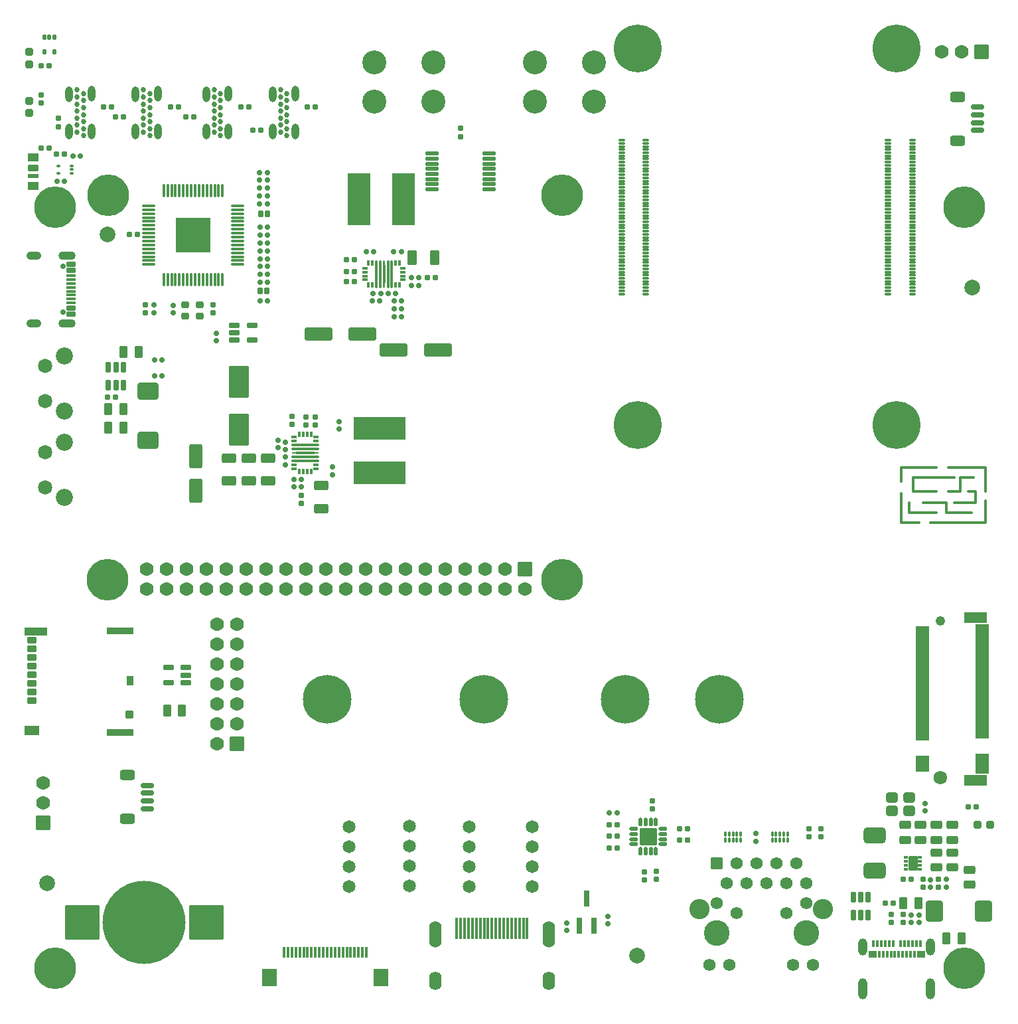
<source format=gts>
G04 #@! TF.GenerationSoftware,KiCad,Pcbnew,9.0.6*
G04 #@! TF.CreationDate,2025-10-31T11:06:38-04:00*
G04 #@! TF.ProjectId,libreboard,6c696272-6562-46f6-9172-642e6b696361,rev?*
G04 #@! TF.SameCoordinates,Original*
G04 #@! TF.FileFunction,Soldermask,Top*
G04 #@! TF.FilePolarity,Negative*
%FSLAX46Y46*%
G04 Gerber Fmt 4.6, Leading zero omitted, Abs format (unit mm)*
G04 Created by KiCad (PCBNEW 9.0.6) date 2025-10-31 11:06:38*
%MOMM*%
%LPD*%
G01*
G04 APERTURE LIST*
G04 Aperture macros list*
%AMRoundRect*
0 Rectangle with rounded corners*
0 $1 Rounding radius*
0 $2 $3 $4 $5 $6 $7 $8 $9 X,Y pos of 4 corners*
0 Add a 4 corners polygon primitive as box body*
4,1,4,$2,$3,$4,$5,$6,$7,$8,$9,$2,$3,0*
0 Add four circle primitives for the rounded corners*
1,1,$1+$1,$2,$3*
1,1,$1+$1,$4,$5*
1,1,$1+$1,$6,$7*
1,1,$1+$1,$8,$9*
0 Add four rect primitives between the rounded corners*
20,1,$1+$1,$2,$3,$4,$5,0*
20,1,$1+$1,$4,$5,$6,$7,0*
20,1,$1+$1,$6,$7,$8,$9,0*
20,1,$1+$1,$8,$9,$2,$3,0*%
G04 Aperture macros list end*
%ADD10C,0.000000*%
%ADD11RoundRect,0.038000X0.299999X-0.120000X0.299999X0.120000X-0.299999X0.120000X-0.299999X-0.120000X0*%
%ADD12RoundRect,0.038000X-0.120000X-0.299999X0.120000X-0.299999X0.120000X0.299999X-0.120000X0.299999X0*%
%ADD13RoundRect,0.038000X-0.120000X-1.700000X0.120000X-1.700000X0.120000X1.700000X-0.120000X1.700000X0*%
%ADD14C,0.373000*%
%ADD15RoundRect,0.038000X-0.299999X0.120000X-0.299999X-0.120000X0.299999X-0.120000X0.299999X0.120000X0*%
%ADD16RoundRect,0.038000X-1.700000X0.120000X-1.700000X-0.120000X1.700000X-0.120000X1.700000X0.120000X0*%
%ADD17C,0.685600*%
%ADD18O,0.965000X1.981000*%
%ADD19RoundRect,0.159000X0.189000X-0.159000X0.189000X0.159000X-0.189000X0.159000X-0.189000X-0.159000X0*%
%ADD20RoundRect,0.154000X0.204000X-0.154000X0.204000X0.154000X-0.204000X0.154000X-0.204000X-0.154000X0*%
%ADD21RoundRect,0.038000X3.300000X1.425000X-3.300000X1.425000X-3.300000X-1.425000X3.300000X-1.425000X0*%
%ADD22RoundRect,0.257600X-1.030400X1.780400X-1.030400X-1.780400X1.030400X-1.780400X1.030400X1.780400X0*%
%ADD23RoundRect,0.266521X0.671479X-0.346479X0.671479X0.346479X-0.671479X0.346479X-0.671479X-0.346479X0*%
%ADD24RoundRect,0.159000X-0.189000X0.159000X-0.189000X-0.159000X0.189000X-0.159000X0.189000X0.159000X0*%
%ADD25RoundRect,0.266521X-0.671479X0.346479X-0.671479X-0.346479X0.671479X-0.346479X0.671479X0.346479X0*%
%ADD26RoundRect,0.154000X-0.204000X0.154000X-0.204000X-0.154000X0.204000X-0.154000X0.204000X0.154000X0*%
%ADD27RoundRect,0.169000X-0.169000X0.531500X-0.169000X-0.531500X0.169000X-0.531500X0.169000X0.531500X0*%
%ADD28RoundRect,0.106500X-0.444000X-0.106500X0.444000X-0.106500X0.444000X0.106500X-0.444000X0.106500X0*%
%ADD29RoundRect,0.106500X-0.106500X-0.444000X0.106500X-0.444000X0.106500X0.444000X-0.106500X0.444000X0*%
%ADD30RoundRect,0.038000X-1.050000X-1.050000X1.050000X-1.050000X1.050000X1.050000X-1.050000X1.050000X0*%
%ADD31RoundRect,0.169000X0.531500X0.169000X-0.531500X0.169000X-0.531500X-0.169000X0.531500X-0.169000X0*%
%ADD32RoundRect,0.269000X0.269000X0.494000X-0.269000X0.494000X-0.269000X-0.494000X0.269000X-0.494000X0*%
%ADD33RoundRect,0.038000X-0.150000X-0.650000X0.150000X-0.650000X0.150000X0.650000X-0.150000X0.650000X0*%
%ADD34RoundRect,0.038000X-0.900000X-1.100000X0.900000X-1.100000X0.900000X1.100000X-0.900000X1.100000X0*%
%ADD35RoundRect,0.154000X-0.154000X-0.204000X0.154000X-0.204000X0.154000X0.204000X-0.154000X0.204000X0*%
%ADD36RoundRect,0.094000X0.094000X0.219000X-0.094000X0.219000X-0.094000X-0.219000X0.094000X-0.219000X0*%
%ADD37RoundRect,0.181500X0.181500X-0.856500X0.181500X0.856500X-0.181500X0.856500X-0.181500X-0.856500X0*%
%ADD38RoundRect,0.038000X-0.850000X0.850000X-0.850000X-0.850000X0.850000X-0.850000X0.850000X0.850000X0*%
%ADD39C,1.776000*%
%ADD40RoundRect,0.237750X0.275250X-0.237750X0.275250X0.237750X-0.275250X0.237750X-0.275250X-0.237750X0*%
%ADD41C,0.726000*%
%ADD42RoundRect,0.169000X-0.444000X0.169000X-0.444000X-0.169000X0.444000X-0.169000X0.444000X0.169000X0*%
%ADD43RoundRect,0.094000X-0.519000X0.094000X-0.519000X-0.094000X0.519000X-0.094000X0.519000X0.094000X0*%
%ADD44O,2.176000X1.076000*%
%ADD45O,1.876000X1.076000*%
%ADD46RoundRect,0.119000X-0.119000X0.244000X-0.119000X-0.244000X0.119000X-0.244000X0.119000X0.244000X0*%
%ADD47C,3.276000*%
%ADD48RoundRect,0.263192X-0.524808X-0.524808X0.524808X-0.524808X0.524808X0.524808X-0.524808X0.524808X0*%
%ADD49C,1.576000*%
%ADD50C,2.576000*%
%ADD51RoundRect,0.038000X0.150000X-1.300000X0.150000X1.300000X-0.150000X1.300000X-0.150000X-1.300000X0*%
%ADD52O,1.576000X3.376000*%
%ADD53O,1.576000X2.376000*%
%ADD54C,5.300000*%
%ADD55RoundRect,0.038000X0.850000X0.850000X-0.850000X0.850000X-0.850000X-0.850000X0.850000X-0.850000X0*%
%ADD56RoundRect,0.237750X0.237750X0.275250X-0.237750X0.275250X-0.237750X-0.275250X0.237750X-0.275250X0*%
%ADD57RoundRect,0.038000X0.250000X0.150000X-0.250000X0.150000X-0.250000X-0.150000X0.250000X-0.150000X0*%
%ADD58RoundRect,0.038000X0.525000X0.875000X-0.525000X0.875000X-0.525000X-0.875000X0.525000X-0.875000X0*%
%ADD59RoundRect,0.038000X0.550000X-0.350000X0.550000X0.350000X-0.550000X0.350000X-0.550000X-0.350000X0*%
%ADD60RoundRect,0.038000X0.465000X-0.450000X0.465000X0.450000X-0.465000X0.450000X-0.465000X-0.450000X0*%
%ADD61RoundRect,0.038000X0.390000X-0.525000X0.390000X0.525000X-0.390000X0.525000X-0.390000X-0.525000X0*%
%ADD62RoundRect,0.038000X1.665000X-0.350000X1.665000X0.350000X-1.665000X0.350000X-1.665000X-0.350000X0*%
%ADD63RoundRect,0.038000X0.915000X-0.570000X0.915000X0.570000X-0.915000X0.570000X-0.915000X-0.570000X0*%
%ADD64RoundRect,0.038000X1.400000X-0.430000X1.400000X0.430000X-1.400000X0.430000X-1.400000X-0.430000X0*%
%ADD65C,1.226000*%
%ADD66C,1.726000*%
%ADD67RoundRect,0.102000X-0.775000X0.150000X-0.775000X-0.150000X0.775000X-0.150000X0.775000X0.150000X0*%
%ADD68C,6.200000*%
%ADD69RoundRect,0.102000X-1.375000X0.600000X-1.375000X-0.600000X1.375000X-0.600000X1.375000X0.600000X0*%
%ADD70RoundRect,0.154000X0.154000X0.204000X-0.154000X0.204000X-0.154000X-0.204000X0.154000X-0.204000X0*%
%ADD71C,1.650800*%
%ADD72RoundRect,0.269000X0.494000X-0.269000X0.494000X0.269000X-0.494000X0.269000X-0.494000X-0.269000X0*%
%ADD73C,3.054000*%
%ADD74RoundRect,0.269000X-0.494000X0.269000X-0.494000X-0.269000X0.494000X-0.269000X0.494000X0.269000X0*%
%ADD75C,10.604000*%
%ADD76RoundRect,0.102000X2.100000X2.100000X-2.100000X2.100000X-2.100000X-2.100000X2.100000X-2.100000X0*%
%ADD77RoundRect,0.159000X0.159000X0.189000X-0.159000X0.189000X-0.159000X-0.189000X0.159000X-0.189000X0*%
%ADD78RoundRect,0.159000X-0.159000X-0.189000X0.159000X-0.189000X0.159000X0.189000X-0.159000X0.189000X0*%
%ADD79RoundRect,0.269000X-0.269000X-0.494000X0.269000X-0.494000X0.269000X0.494000X-0.269000X0.494000X0*%
%ADD80C,2.000000*%
%ADD81RoundRect,0.038000X-0.150000X-0.350000X0.150000X-0.350000X0.150000X0.350000X-0.150000X0.350000X0*%
%ADD82RoundRect,0.038000X-0.500000X-0.350000X0.500000X-0.350000X0.500000X0.350000X-0.500000X0.350000X0*%
%ADD83O,1.176000X2.176000*%
%ADD84O,1.176000X2.676000*%
%ADD85RoundRect,0.169000X0.644000X-0.169000X0.644000X0.169000X-0.644000X0.169000X-0.644000X-0.169000X0*%
%ADD86RoundRect,0.265833X0.672167X-0.372167X0.672167X0.372167X-0.672167X0.372167X-0.672167X-0.372167X0*%
%ADD87RoundRect,0.261875X1.526125X0.576125X-1.526125X0.576125X-1.526125X-0.576125X1.526125X-0.576125X0*%
%ADD88RoundRect,0.259179X-1.073821X0.813821X-1.073821X-0.813821X1.073821X-0.813821X1.073821X0.813821X0*%
%ADD89C,2.176000*%
%ADD90C,1.826000*%
%ADD91RoundRect,0.259179X-0.813821X-1.073821X0.813821X-1.073821X0.813821X1.073821X-0.813821X1.073821X0*%
%ADD92RoundRect,0.261875X-1.526125X-0.576125X1.526125X-0.576125X1.526125X0.576125X-1.526125X0.576125X0*%
%ADD93RoundRect,0.265833X-0.472167X-0.372167X0.472167X-0.372167X0.472167X0.372167X-0.472167X0.372167X0*%
%ADD94RoundRect,0.519000X0.919000X-0.519000X0.919000X0.519000X-0.919000X0.519000X-0.919000X-0.519000X0*%
%ADD95RoundRect,0.038000X0.177800X0.101600X-0.177800X0.101600X-0.177800X-0.101600X0.177800X-0.101600X0*%
%ADD96RoundRect,0.266521X-0.346479X-0.671479X0.346479X-0.671479X0.346479X0.671479X-0.346479X0.671479X0*%
%ADD97RoundRect,0.038000X-0.600000X0.500000X-0.600000X-0.500000X0.600000X-0.500000X0.600000X0.500000X0*%
%ADD98RoundRect,0.038000X-0.600000X0.350000X-0.600000X-0.350000X0.600000X-0.350000X0.600000X0.350000X0*%
%ADD99RoundRect,0.038000X-0.600000X0.225000X-0.600000X-0.225000X0.600000X-0.225000X0.600000X0.225000X0*%
%ADD100C,6.100000*%
%ADD101RoundRect,0.038000X0.350000X-0.100000X0.350000X0.100000X-0.350000X0.100000X-0.350000X-0.100000X0*%
%ADD102RoundRect,0.038000X-1.425000X3.300000X-1.425000X-3.300000X1.425000X-3.300000X1.425000X3.300000X0*%
%ADD103RoundRect,0.261875X0.576125X-1.276125X0.576125X1.276125X-0.576125X1.276125X-0.576125X-1.276125X0*%
%ADD104O,1.725999X0.525999*%
%ADD105RoundRect,0.102000X0.270000X0.300000X-0.270000X0.300000X-0.270000X-0.300000X0.270000X-0.300000X0*%
%ADD106RoundRect,0.102000X-0.270000X-0.300000X0.270000X-0.300000X0.270000X0.300000X-0.270000X0.300000X0*%
%ADD107RoundRect,0.219000X0.269000X-0.219000X0.269000X0.219000X-0.269000X0.219000X-0.269000X-0.219000X0*%
%ADD108RoundRect,0.169000X-0.531500X-0.169000X0.531500X-0.169000X0.531500X0.169000X-0.531500X0.169000X0*%
%ADD109R,4.440000X4.440000*%
%ADD110RoundRect,0.094000X-0.719000X-0.094000X0.719000X-0.094000X0.719000X0.094000X-0.719000X0.094000X0*%
%ADD111RoundRect,0.094000X-0.094000X-0.719000X0.094000X-0.719000X0.094000X0.719000X-0.094000X0.719000X0*%
%ADD112C,0.300000*%
G04 APERTURE END LIST*
D10*
G36*
X164072601Y-108854101D02*
G01*
X164072601Y-109329101D01*
X164117602Y-109329101D01*
X164117602Y-111679099D01*
X164072601Y-111679099D01*
X164072601Y-112154099D01*
X164022601Y-112204099D01*
X163882601Y-112204099D01*
X163832601Y-112154099D01*
X163832601Y-111679099D01*
X163787600Y-111679099D01*
X163787600Y-109329101D01*
X163832601Y-109329101D01*
X163832601Y-108854101D01*
X163882601Y-108804101D01*
X164022601Y-108804101D01*
X164072601Y-108854101D01*
G37*
G36*
X155061544Y-133201991D02*
G01*
X155536544Y-133201991D01*
X155586544Y-133251991D01*
X155586544Y-133391991D01*
X155536544Y-133441991D01*
X155061544Y-133441991D01*
X155061544Y-133486992D01*
X152711546Y-133486992D01*
X152711546Y-133441991D01*
X152236546Y-133441991D01*
X152186546Y-133391991D01*
X152186546Y-133251991D01*
X152236546Y-133201991D01*
X152711546Y-133201991D01*
X152711546Y-133156990D01*
X155061544Y-133156990D01*
X155061544Y-133201991D01*
G37*
D11*
X161552601Y-109754099D03*
X161552601Y-110254100D03*
X161552601Y-110754100D03*
X161552601Y-111254101D03*
D12*
X161952600Y-111904100D03*
X162452601Y-111904100D03*
D13*
X162952600Y-110504100D03*
X163452602Y-110504100D03*
D14*
X163952601Y-110504100D03*
D13*
X164452600Y-110504100D03*
X164952602Y-110504100D03*
D12*
X165452601Y-111904100D03*
X165952602Y-111904100D03*
D11*
X166352601Y-111254101D03*
X166352601Y-110754100D03*
X166352601Y-110254100D03*
X166352601Y-109754099D03*
D12*
X165952602Y-109104100D03*
X165452601Y-109104100D03*
X162452601Y-109104100D03*
X161952600Y-109104100D03*
X154636546Y-130921991D03*
X154136545Y-130921991D03*
X153636545Y-130921991D03*
X153136544Y-130921991D03*
D15*
X152486545Y-131321990D03*
X152486545Y-131821991D03*
D16*
X153886545Y-132321990D03*
X153886545Y-132821992D03*
D14*
X153886545Y-133321991D03*
D16*
X153886545Y-133821990D03*
X153886545Y-134321992D03*
D15*
X152486545Y-134821991D03*
X152486545Y-135321992D03*
D12*
X153136544Y-135721991D03*
X153636545Y-135721991D03*
X154136545Y-135721991D03*
X154636546Y-135721991D03*
D15*
X155286545Y-135321992D03*
X155286545Y-134821991D03*
X155286545Y-131821991D03*
X155286545Y-131321990D03*
D17*
X151559200Y-87481200D03*
X151559200Y-88381201D03*
X151559200Y-89281199D03*
X151559200Y-90181200D03*
X151559200Y-91081200D03*
X151559200Y-91981199D03*
X151559200Y-92881199D03*
X150779199Y-92431199D03*
X150779199Y-91531199D03*
X150779199Y-90631200D03*
X150779199Y-89731200D03*
X150779199Y-88831199D03*
X150779199Y-87931201D03*
X150779199Y-87031200D03*
D18*
X152599200Y-92331201D03*
X152599200Y-87531200D03*
X149750500Y-87608528D03*
X149739200Y-92331201D03*
D17*
X143072800Y-87481200D03*
X143072800Y-88381201D03*
X143072800Y-89281199D03*
X143072800Y-90181200D03*
X143072800Y-91081200D03*
X143072800Y-91981199D03*
X143072800Y-92881199D03*
X142292799Y-92431199D03*
X142292799Y-91531199D03*
X142292799Y-90631200D03*
X142292799Y-89731200D03*
X142292799Y-88831199D03*
X142292799Y-87931201D03*
X142292799Y-87031200D03*
D18*
X144112800Y-92331201D03*
X144112800Y-87531200D03*
X141264100Y-87608528D03*
X141252800Y-92331201D03*
D17*
X134059200Y-87481200D03*
X134059200Y-88381201D03*
X134059200Y-89281199D03*
X134059200Y-90181200D03*
X134059200Y-91081200D03*
X134059200Y-91981199D03*
X134059200Y-92881199D03*
X133279199Y-92431199D03*
X133279199Y-91531199D03*
X133279199Y-90631200D03*
X133279199Y-89731200D03*
X133279199Y-88831199D03*
X133279199Y-87931201D03*
X133279199Y-87031200D03*
D18*
X135099200Y-92331201D03*
X135099200Y-87531200D03*
X132250500Y-87608528D03*
X132239200Y-92331201D03*
D17*
X125600000Y-87481200D03*
X125600000Y-88381201D03*
X125600000Y-89281199D03*
X125600000Y-90181200D03*
X125600000Y-91081200D03*
X125600000Y-91981199D03*
X125600000Y-92881199D03*
X124819999Y-92431199D03*
X124819999Y-91531199D03*
X124819999Y-90631200D03*
X124819999Y-89731200D03*
X124819999Y-88831199D03*
X124819999Y-87931201D03*
X124819999Y-87031200D03*
D18*
X126640000Y-92331201D03*
X126640000Y-87531200D03*
X123791300Y-87608528D03*
X123780000Y-92331201D03*
D19*
X151386545Y-133861990D03*
X151386545Y-134821990D03*
D20*
X152202600Y-128684100D03*
X152202600Y-129704100D03*
D21*
X163386545Y-135821990D03*
X163386545Y-130171990D03*
D22*
X145452600Y-130321990D03*
X145452600Y-124221990D03*
D23*
X146702600Y-133954100D03*
X146702600Y-136904100D03*
X144202600Y-133954100D03*
X144202600Y-136904100D03*
D24*
X157386545Y-136076990D03*
X157386545Y-135116990D03*
D25*
X155952600Y-140404100D03*
X155952600Y-137454100D03*
D24*
X150452600Y-132664100D03*
X150452600Y-131704100D03*
D20*
X155202600Y-128704100D03*
X155202600Y-129724100D03*
D23*
X149202600Y-133954100D03*
X149202600Y-136904100D03*
D26*
X153952600Y-129724100D03*
X153952600Y-128704100D03*
X153386545Y-139724100D03*
X153386545Y-138704100D03*
D19*
X158186545Y-129341990D03*
X158186545Y-130301990D03*
D24*
X151386545Y-132910652D03*
X151386545Y-131950652D03*
X152452600Y-137664100D03*
X152452600Y-136704100D03*
X153386545Y-137664100D03*
X153386545Y-136704100D03*
D27*
X225702600Y-189954100D03*
X224752600Y-189954100D03*
X223802600Y-189954100D03*
X223802600Y-192229100D03*
X224752600Y-192229100D03*
X225702600Y-192229100D03*
X130702600Y-122429100D03*
X129752600Y-122429100D03*
X128802600Y-122429100D03*
X128802600Y-124704100D03*
X129752600Y-124704100D03*
X130702600Y-124704100D03*
D28*
X195815100Y-181254100D03*
X195815100Y-181904100D03*
X195815100Y-182554100D03*
X195815100Y-183204100D03*
D29*
X196702600Y-184091600D03*
X197352600Y-184091600D03*
X198002600Y-184091600D03*
X198652600Y-184091600D03*
D28*
X199540100Y-183204100D03*
X199540100Y-182554100D03*
X199540100Y-181904100D03*
X199540100Y-181254100D03*
D29*
X198652600Y-180366600D03*
X198002600Y-180366600D03*
X197352600Y-180366600D03*
X196702600Y-180366600D03*
D30*
X197677600Y-182229100D03*
D31*
X138702600Y-162604100D03*
X138702600Y-161654100D03*
X138702600Y-160704100D03*
X136427600Y-160704100D03*
X136427600Y-162604100D03*
D19*
X211378891Y-182814302D03*
X211378891Y-181854302D03*
D32*
X138202600Y-166204100D03*
X136302600Y-166204100D03*
D19*
X187278891Y-194234302D03*
X187278891Y-193274302D03*
X192528891Y-193334302D03*
X192528891Y-192374302D03*
D33*
X161702600Y-196954302D03*
X161202600Y-196954302D03*
X160702600Y-196954302D03*
X160202600Y-196954302D03*
X159702600Y-196954302D03*
X159202600Y-196954302D03*
X158702600Y-196954302D03*
X158202600Y-196954302D03*
X157702600Y-196954302D03*
X157202600Y-196954302D03*
X156702600Y-196954302D03*
X156202600Y-196954302D03*
X155702600Y-196954302D03*
X155202600Y-196954302D03*
X154702600Y-196954302D03*
X154202600Y-196954302D03*
X153702600Y-196954302D03*
X153202600Y-196954302D03*
X152702600Y-196954302D03*
X152202600Y-196954302D03*
X151702600Y-196954302D03*
X151202600Y-196954302D03*
D34*
X149302600Y-200204302D03*
X163602600Y-200204302D03*
D35*
X120207600Y-83954100D03*
X121227600Y-83954100D03*
D36*
X215478891Y-181934302D03*
X214978891Y-181934302D03*
X214478891Y-181934302D03*
X213978891Y-181934302D03*
X213478891Y-181934302D03*
X213478891Y-182704302D03*
X213978891Y-182704302D03*
X214478891Y-182704302D03*
X214978891Y-182704302D03*
X215478891Y-182704302D03*
D37*
X188878891Y-193564302D03*
X190778891Y-193564302D03*
X189828891Y-190144302D03*
D38*
X181962600Y-148164100D03*
D39*
X181962600Y-150704100D03*
X179422600Y-148164100D03*
X179422600Y-150704100D03*
X176882600Y-148164100D03*
X176882600Y-150704100D03*
X174342600Y-148164100D03*
X174342600Y-150704100D03*
X171802600Y-148164100D03*
X171802600Y-150704100D03*
X169262600Y-148164100D03*
X169262600Y-150704100D03*
X166722600Y-148164100D03*
X166722600Y-150704100D03*
X164182600Y-148164100D03*
X164182600Y-150704100D03*
X161642600Y-148164100D03*
X161642600Y-150704100D03*
X159102600Y-148164100D03*
X159102600Y-150704100D03*
X156562600Y-148164100D03*
X156562600Y-150704100D03*
X154022600Y-148164100D03*
X154022600Y-150704100D03*
X151482600Y-148164100D03*
X151482600Y-150704100D03*
X148942600Y-148164100D03*
X148942600Y-150704100D03*
X146402600Y-148164100D03*
X146402600Y-150704100D03*
X143862600Y-148164100D03*
X143862600Y-150704100D03*
X141322600Y-148164100D03*
X141322600Y-150704100D03*
X138782600Y-148164100D03*
X138782600Y-150704100D03*
X136242600Y-148164100D03*
X136242600Y-150704100D03*
X133702600Y-148164100D03*
X133702600Y-150704100D03*
D40*
X118702600Y-89991600D03*
X118702600Y-88416600D03*
D20*
X218202600Y-182224100D03*
X218202600Y-181204100D03*
X219702600Y-182224100D03*
X219702600Y-181204100D03*
D41*
X122978891Y-109564100D03*
X122978891Y-115344100D03*
D42*
X124053891Y-109254100D03*
X124053891Y-110054100D03*
D43*
X124053891Y-111204100D03*
X124053891Y-112204100D03*
X124053891Y-112704100D03*
X124053891Y-113704100D03*
D42*
X124053891Y-114854100D03*
X124053891Y-115654100D03*
D43*
X124053891Y-114204100D03*
X124053891Y-113204100D03*
X124053891Y-111704100D03*
X124053891Y-110704100D03*
D44*
X123478891Y-108134100D03*
D45*
X119298891Y-108134100D03*
D44*
X123478891Y-116774100D03*
D45*
X119298891Y-116774100D03*
D40*
X118702600Y-83779100D03*
X118702600Y-82204100D03*
D20*
X120202600Y-88724100D03*
X120202600Y-87704100D03*
D46*
X121902600Y-80304100D03*
X121252600Y-80304100D03*
X120602600Y-80304100D03*
X120602600Y-82204100D03*
X121902600Y-82204100D03*
D47*
X206363891Y-194534302D03*
X217793891Y-194534302D03*
D48*
X206363891Y-185644302D03*
D49*
X207633891Y-188184302D03*
X208903891Y-185644302D03*
X210173891Y-188184302D03*
X211443891Y-185644302D03*
X212713891Y-188184302D03*
X213983891Y-185644302D03*
X215253891Y-188184302D03*
X216523891Y-185644302D03*
X217793891Y-188184302D03*
X206363891Y-190704302D03*
X208903891Y-191974302D03*
X215253891Y-191974302D03*
X217793891Y-190704302D03*
X205448891Y-198594302D03*
X207988891Y-198594302D03*
X216168891Y-198594302D03*
X218708891Y-198594302D03*
D50*
X204203891Y-191484302D03*
X219953891Y-191484302D03*
D51*
X182228891Y-193974302D03*
X181728891Y-193974302D03*
X181228891Y-193974302D03*
X180728891Y-193974302D03*
X180228891Y-193974302D03*
X179728891Y-193974302D03*
X179228891Y-193974302D03*
X178728891Y-193974302D03*
X178228891Y-193974302D03*
X177728891Y-193974302D03*
X177228891Y-193974302D03*
X176728891Y-193974302D03*
X176228891Y-193974302D03*
X175728891Y-193974302D03*
X175228891Y-193974302D03*
X174728891Y-193974302D03*
X174228891Y-193974302D03*
X173728891Y-193974302D03*
X173228891Y-193974302D03*
D52*
X184978891Y-194704302D03*
X170478891Y-194704302D03*
D53*
X170478891Y-200664302D03*
X184978891Y-200664302D03*
D54*
X128691299Y-149478009D03*
X128738891Y-100474100D03*
X186691299Y-149478009D03*
X186691299Y-100474100D03*
D36*
X209478891Y-181934302D03*
X208978891Y-181934302D03*
X208478891Y-181934302D03*
X207978891Y-181934302D03*
X207478891Y-181934302D03*
X207478891Y-182704302D03*
X207978891Y-182704302D03*
X208478891Y-182704302D03*
X208978891Y-182704302D03*
X209478891Y-182704302D03*
D55*
X145202600Y-170404100D03*
D39*
X142662600Y-170404100D03*
X145202600Y-167864100D03*
X142662600Y-167864100D03*
X145202600Y-165324100D03*
X142662600Y-165324100D03*
X145202600Y-162784100D03*
X142662600Y-162784100D03*
X145202600Y-160244100D03*
X142662600Y-160244100D03*
X145202600Y-157704100D03*
X142662600Y-157704100D03*
X145202600Y-155164100D03*
X142662600Y-155164100D03*
D56*
X241277600Y-180704100D03*
X239702600Y-180704100D03*
D57*
X232328891Y-186395711D03*
X232328891Y-185895711D03*
X232328891Y-185395711D03*
X232328891Y-184895711D03*
X230528891Y-184895711D03*
X230528891Y-185395711D03*
X230528891Y-185895711D03*
X230528891Y-186395711D03*
D58*
X231428891Y-185645711D03*
D38*
X240202600Y-82204100D03*
D39*
X237662600Y-82204100D03*
X235122600Y-82204100D03*
D59*
X118993891Y-164864302D03*
X118993891Y-163764302D03*
X118993891Y-162664302D03*
X118993891Y-161564302D03*
X118993891Y-160464302D03*
X118993891Y-159364302D03*
X118993891Y-158264302D03*
X118993891Y-157164302D03*
D60*
X131458891Y-166654302D03*
D61*
X131533891Y-162389302D03*
D62*
X130258891Y-168964302D03*
D63*
X119008891Y-168744302D03*
D64*
X119493891Y-156084302D03*
D62*
X130258891Y-156004302D03*
D65*
X234952600Y-154704100D03*
D66*
X234952600Y-174704100D03*
D67*
X240227600Y-155454100D03*
X232677600Y-155704100D03*
X240227600Y-155954100D03*
X232677600Y-156204100D03*
X240227600Y-156454100D03*
X232677600Y-156704100D03*
X240227600Y-156954100D03*
X232677600Y-157204100D03*
X240227600Y-157454100D03*
X232677600Y-157704100D03*
X240227600Y-157954100D03*
X232677600Y-158204100D03*
X240227600Y-158454100D03*
X232677600Y-158704100D03*
X240227600Y-158954100D03*
X232677600Y-159204100D03*
X240227600Y-159454100D03*
X232677600Y-159704100D03*
X240227600Y-159954100D03*
X232677600Y-160204100D03*
X240227600Y-160454100D03*
X232677600Y-160704100D03*
X240227600Y-160954100D03*
X232677600Y-161204100D03*
X240227600Y-161454100D03*
X232677600Y-161704100D03*
X240227600Y-161954100D03*
X232677600Y-162204100D03*
X240227600Y-162454100D03*
X232677600Y-162704100D03*
X240227600Y-162954100D03*
X232677600Y-163204100D03*
X240227600Y-163454100D03*
X232677600Y-163704100D03*
X240227600Y-163954100D03*
X232677600Y-164204100D03*
X240227600Y-164454100D03*
X232677600Y-164704100D03*
X240227600Y-164954100D03*
X232677600Y-165204100D03*
X240227600Y-165454100D03*
X232677600Y-165704100D03*
X240227600Y-165954100D03*
X232677600Y-166204100D03*
X240227600Y-166454100D03*
X232677600Y-166704100D03*
X240227600Y-166954100D03*
X232677600Y-167204100D03*
X240227600Y-167454100D03*
X232677600Y-167704100D03*
X240227600Y-167954100D03*
X232677600Y-168204100D03*
X240227600Y-168454100D03*
X232677600Y-168704100D03*
X240227600Y-168954100D03*
X232677600Y-169204100D03*
X240227600Y-169454100D03*
X232677600Y-169704100D03*
X240227600Y-171954100D03*
X232677600Y-172204100D03*
X240227600Y-172454100D03*
X232677600Y-172704100D03*
X240227600Y-172954100D03*
X232677600Y-173204100D03*
X240227600Y-173454100D03*
X232677600Y-173704100D03*
X240227600Y-173954100D03*
D68*
X206702600Y-164704100D03*
X194702600Y-164704100D03*
X176702600Y-164704100D03*
X156702600Y-164704100D03*
D69*
X239452600Y-154354100D03*
X239452600Y-175054100D03*
D54*
X122000000Y-199000000D03*
D70*
X160202600Y-111454100D03*
X159182600Y-111454100D03*
D71*
X167202600Y-180924100D03*
X167202600Y-183464100D03*
X167202600Y-186004100D03*
X167202600Y-188544100D03*
D54*
X238000000Y-102000000D03*
D72*
X236428891Y-186145711D03*
X236428891Y-184245711D03*
D73*
X190728891Y-83504302D03*
X183228891Y-83504302D03*
X190728891Y-88504302D03*
X183228891Y-88504302D03*
D71*
X174802600Y-180954100D03*
X174802600Y-183494100D03*
X174802600Y-186034100D03*
X174802600Y-188574100D03*
D74*
X234428891Y-180745711D03*
X234428891Y-182645711D03*
D24*
X232202600Y-192244100D03*
X232202600Y-193204100D03*
D75*
X133352600Y-193204100D03*
D76*
X141252600Y-193204100D03*
X125452600Y-193204100D03*
D77*
X166202600Y-114954100D03*
X165242600Y-114954100D03*
D24*
X235702600Y-187704100D03*
X235702600Y-188664100D03*
D19*
X233702600Y-188704100D03*
X233702600Y-187744100D03*
D78*
X162452600Y-113954100D03*
X163412600Y-113954100D03*
D70*
X202702600Y-182704100D03*
X201682600Y-182704100D03*
X123202600Y-95204100D03*
X122182600Y-95204100D03*
D20*
X228702600Y-193204100D03*
X228702600Y-192184100D03*
D19*
X231202600Y-193204100D03*
X231202600Y-192244100D03*
D79*
X128802600Y-127729100D03*
X130702600Y-127729100D03*
D80*
X239002600Y-112204100D03*
D35*
X136702600Y-89204100D03*
X137722600Y-89204100D03*
X154182600Y-89204100D03*
X155202600Y-89204100D03*
D81*
X226382600Y-195914100D03*
X226882600Y-195914100D03*
X227382600Y-195914100D03*
X227882600Y-195914100D03*
X228382600Y-195914100D03*
X228882600Y-195914100D03*
X229882600Y-195914100D03*
X230382600Y-195914100D03*
X230882600Y-195914100D03*
X231382600Y-195914100D03*
X231882600Y-195914100D03*
X232382600Y-195914100D03*
D82*
X232482600Y-197214100D03*
D81*
X231632600Y-197214100D03*
X231132600Y-197214100D03*
X230632600Y-197214100D03*
X230132600Y-197214100D03*
X229632600Y-197214100D03*
X229132600Y-197214100D03*
X228632600Y-197214100D03*
X228132600Y-197214100D03*
X227632600Y-197214100D03*
X227132600Y-197214100D03*
D82*
X226282600Y-197214100D03*
D83*
X225062600Y-196324100D03*
D84*
X225062600Y-201684100D03*
D83*
X233702600Y-196324100D03*
D84*
X233702600Y-201684100D03*
D85*
X239702600Y-92204100D03*
X239702600Y-91204100D03*
X239702600Y-90204100D03*
X239702600Y-89204100D03*
D86*
X237177600Y-93504100D03*
X237177600Y-87904100D03*
D78*
X124242600Y-95454100D03*
X125202600Y-95454100D03*
D87*
X170802600Y-120204100D03*
X165202600Y-120204100D03*
D78*
X122202600Y-98704100D03*
X123162600Y-98704100D03*
D35*
X128202600Y-89204100D03*
X129222600Y-89204100D03*
X227932600Y-190704100D03*
X228952600Y-190704100D03*
X120182600Y-94454100D03*
X121202600Y-94454100D03*
D32*
X132652600Y-120454100D03*
X130752600Y-120454100D03*
D88*
X133852600Y-125446600D03*
X133852600Y-131686600D03*
D74*
X232428891Y-180758211D03*
X232428891Y-182658211D03*
D80*
X196202600Y-197404100D03*
D26*
X198202600Y-177704100D03*
X198202600Y-178724100D03*
D89*
X123192600Y-138954100D03*
X123192600Y-131944100D03*
D90*
X120702600Y-137704100D03*
X120702600Y-133204100D03*
D91*
X234202600Y-191704100D03*
X240442600Y-191704100D03*
D35*
X169452600Y-110954100D03*
X170472600Y-110954100D03*
D20*
X197202600Y-187724100D03*
X197202600Y-186704100D03*
D74*
X238702600Y-186454100D03*
X238702600Y-188354100D03*
D20*
X173702600Y-92974100D03*
X173702600Y-91954100D03*
D92*
X155602600Y-118204100D03*
X161202600Y-118204100D03*
D93*
X228752600Y-178954100D03*
X230952600Y-178954100D03*
X230952600Y-177254100D03*
X228752600Y-177254100D03*
D20*
X198702600Y-187714100D03*
X198702600Y-186694100D03*
D70*
X239472600Y-178454100D03*
X238452600Y-178454100D03*
D80*
X128702600Y-105454100D03*
D77*
X162662600Y-107704100D03*
X161702600Y-107704100D03*
D78*
X167452600Y-110954100D03*
X168412600Y-110954100D03*
D94*
X226528891Y-186545711D03*
X226528891Y-182045711D03*
D78*
X134702600Y-123454100D03*
X135662600Y-123454100D03*
D79*
X235702600Y-195204100D03*
X237602600Y-195204100D03*
D89*
X123192600Y-127954100D03*
X123192600Y-120944100D03*
D90*
X120702600Y-126704100D03*
X120702600Y-122204100D03*
D35*
X129692600Y-90454100D03*
X130712600Y-90454100D03*
X201682600Y-181204100D03*
X202702600Y-181204100D03*
D70*
X193702600Y-183704100D03*
X192682600Y-183704100D03*
D26*
X234702600Y-187704100D03*
X234702600Y-188724100D03*
D80*
X120952600Y-188204100D03*
D35*
X159182600Y-110204100D03*
X160202600Y-110204100D03*
X138692600Y-90454100D03*
X139712600Y-90454100D03*
D79*
X128802600Y-130129100D03*
X130702600Y-130129100D03*
D55*
X120452600Y-180454100D03*
D39*
X120452600Y-177914100D03*
X120452600Y-175374100D03*
D71*
X159478891Y-180954302D03*
X159478891Y-183494302D03*
X159478891Y-186034302D03*
X159478891Y-188574302D03*
D77*
X166202600Y-113954100D03*
X165242600Y-113954100D03*
D20*
X232692600Y-188724100D03*
X232692600Y-187704100D03*
X122452600Y-91704100D03*
X122452600Y-90684100D03*
D78*
X167452600Y-111954100D03*
X168412600Y-111954100D03*
D95*
X124103600Y-97704098D03*
X124103600Y-97204099D03*
X124103600Y-96704100D03*
X122452600Y-96704100D03*
X122452600Y-97704098D03*
D70*
X129702600Y-126204100D03*
X128682600Y-126204100D03*
D74*
X236428891Y-180745711D03*
X236428891Y-182645711D03*
X230428891Y-180745711D03*
X230428891Y-182645711D03*
D78*
X165202600Y-107704100D03*
X166162600Y-107704100D03*
D77*
X166202600Y-115954100D03*
X165242600Y-115954100D03*
D96*
X167502600Y-108454100D03*
X170452600Y-108454100D03*
D70*
X193702600Y-182204100D03*
X192682600Y-182204100D03*
D78*
X134702600Y-121454100D03*
X135662600Y-121454100D03*
D20*
X230192600Y-193204100D03*
X230192600Y-192184100D03*
D73*
X170228891Y-83504302D03*
X162728891Y-83504302D03*
X170228891Y-88504302D03*
X162728891Y-88504302D03*
D35*
X147192600Y-92204100D03*
X148212600Y-92204100D03*
D77*
X165452600Y-113004100D03*
X164492600Y-113004100D03*
D78*
X162581262Y-113004100D03*
X163541262Y-113004100D03*
D35*
X230202600Y-187704100D03*
X231222600Y-187704100D03*
D54*
X122000000Y-102000000D03*
X238000000Y-199000000D03*
D97*
X119202600Y-95654100D03*
D98*
X119202600Y-97004100D03*
D99*
X119202600Y-98029100D03*
D97*
X119202600Y-99254100D03*
D100*
X229326309Y-129750393D03*
X229326309Y-81750393D03*
X196326309Y-129750393D03*
X196326309Y-81750393D03*
D101*
X231366309Y-113050393D03*
X228286309Y-113050393D03*
X231366309Y-112650393D03*
X228286309Y-112650393D03*
X231366309Y-112250393D03*
X228286309Y-112250393D03*
X231366309Y-111850393D03*
X228286309Y-111850393D03*
X231366309Y-111450393D03*
X228286309Y-111450393D03*
X231366309Y-111050393D03*
X228286309Y-111050393D03*
X231366309Y-110650393D03*
X228286309Y-110650393D03*
X231366309Y-110250393D03*
X228286309Y-110250393D03*
X231366309Y-109850393D03*
X228286309Y-109850393D03*
X231366309Y-109450393D03*
X228286309Y-109450393D03*
X231366309Y-109050393D03*
X228286309Y-109050393D03*
X231366309Y-108650393D03*
X228286309Y-108650393D03*
X231366309Y-108250393D03*
X228286309Y-108250393D03*
X231366309Y-107850393D03*
X228286309Y-107850393D03*
X231366309Y-107450393D03*
X228286309Y-107450393D03*
X231366309Y-107050393D03*
X228286309Y-107050393D03*
X231366309Y-106650393D03*
X228286309Y-106650393D03*
X231366309Y-106250393D03*
X228286309Y-106250393D03*
X231366309Y-105850393D03*
X228286309Y-105850393D03*
X231366309Y-105450393D03*
X228286309Y-105450393D03*
X231366309Y-105050393D03*
X228286309Y-105050393D03*
X231366309Y-104650393D03*
X228286309Y-104650393D03*
X231366309Y-104250393D03*
X228286309Y-104250393D03*
X231366309Y-103850393D03*
X228286309Y-103850393D03*
X231366309Y-103450393D03*
X228286309Y-103450393D03*
X231366309Y-103050393D03*
X228286309Y-103050393D03*
X231366309Y-102650393D03*
X228286309Y-102650393D03*
X231366309Y-102250393D03*
X228286309Y-102250393D03*
X231366309Y-101850393D03*
X228286309Y-101850393D03*
X231366309Y-101450393D03*
X228286309Y-101450393D03*
X231366309Y-101050393D03*
X228286309Y-101050393D03*
X231366309Y-100650393D03*
X228286309Y-100650393D03*
X231366309Y-100250393D03*
X228286309Y-100250393D03*
X231366309Y-99850393D03*
X228286309Y-99850393D03*
X231366309Y-99450393D03*
X228286309Y-99450393D03*
X231366309Y-99050393D03*
X228286309Y-99050393D03*
X231366309Y-98650393D03*
X228286309Y-98650393D03*
X231366309Y-98250393D03*
X228286309Y-98250393D03*
X231366309Y-97850393D03*
X228286309Y-97850393D03*
X231366309Y-97450393D03*
X228286309Y-97450393D03*
X231366309Y-97050393D03*
X228286309Y-97050393D03*
X231366309Y-96650393D03*
X228286309Y-96650393D03*
X231366309Y-96250393D03*
X228286309Y-96250393D03*
X231366309Y-95850393D03*
X228286309Y-95850393D03*
X231366309Y-95450393D03*
X228286309Y-95450393D03*
X231366309Y-95050393D03*
X228286309Y-95050393D03*
X231366309Y-94650393D03*
X228286309Y-94650393D03*
X231366309Y-94250393D03*
X228286309Y-94250393D03*
X231366309Y-93850393D03*
X228286309Y-93850393D03*
X231366309Y-93450393D03*
X228286309Y-93450393D03*
X197366309Y-113050393D03*
X194286309Y-113050393D03*
X197366309Y-112650393D03*
X194286309Y-112650393D03*
X197366309Y-112250393D03*
X194286309Y-112250393D03*
X197366309Y-111850393D03*
X194286309Y-111850393D03*
X197366309Y-111450393D03*
X194286309Y-111450393D03*
X197366309Y-111050393D03*
X194286309Y-111050393D03*
X197366309Y-110650393D03*
X194286309Y-110650393D03*
X197366309Y-110250393D03*
X194286309Y-110250393D03*
X197366309Y-109850393D03*
X194286309Y-109850393D03*
X197366309Y-109450393D03*
X194286309Y-109450393D03*
X197366309Y-109050393D03*
X194286309Y-109050393D03*
X197366309Y-108650393D03*
X194286309Y-108650393D03*
X197366309Y-108250393D03*
X194286309Y-108250393D03*
X197366309Y-107850393D03*
X194286309Y-107850393D03*
X197366309Y-107450393D03*
X194286309Y-107450393D03*
X197366309Y-107050393D03*
X194286309Y-107050393D03*
X197366309Y-106650393D03*
X194286309Y-106650393D03*
X197366309Y-106250393D03*
X194286309Y-106250393D03*
X197366309Y-105850393D03*
X194286309Y-105850393D03*
X197366309Y-105450393D03*
X194286309Y-105450393D03*
X197366309Y-105050393D03*
X194286309Y-105050393D03*
X197366309Y-104650393D03*
X194286309Y-104650393D03*
X197366309Y-104250393D03*
X194286309Y-104250393D03*
X197366309Y-103850393D03*
X194286309Y-103850393D03*
X197366309Y-103450393D03*
X194286309Y-103450393D03*
X197366309Y-103050393D03*
X194286309Y-103050393D03*
X197366309Y-102650393D03*
X194286309Y-102650393D03*
X197366309Y-102250393D03*
X194286309Y-102250393D03*
X197366309Y-101850393D03*
X194286309Y-101850393D03*
X197366309Y-101450393D03*
X194286309Y-101450393D03*
X197366309Y-101050393D03*
X194286309Y-101050393D03*
X197366309Y-100650393D03*
X194286309Y-100650393D03*
X197366309Y-100250393D03*
X194286309Y-100250393D03*
X197366309Y-99850393D03*
X194286309Y-99850393D03*
X197366309Y-99450393D03*
X194286309Y-99450393D03*
X197366309Y-99050393D03*
X194286309Y-99050393D03*
X197366309Y-98650393D03*
X194286309Y-98650393D03*
X197366309Y-98250393D03*
X194286309Y-98250393D03*
X197366309Y-97850393D03*
X194286309Y-97850393D03*
X197366309Y-97450393D03*
X194286309Y-97450393D03*
X197366309Y-97050393D03*
X194286309Y-97050393D03*
X197366309Y-96650393D03*
X194286309Y-96650393D03*
X197366309Y-96250393D03*
X194286309Y-96250393D03*
X197366309Y-95850393D03*
X194286309Y-95850393D03*
X197366309Y-95450393D03*
X194286309Y-95450393D03*
X197366309Y-95050393D03*
X194286309Y-95050393D03*
X197366309Y-94650393D03*
X194286309Y-94650393D03*
X197366309Y-94250393D03*
X194286309Y-94250393D03*
X197366309Y-93850393D03*
X194286309Y-93850393D03*
X197366309Y-93450393D03*
X194286309Y-93450393D03*
D70*
X160202600Y-108704100D03*
X159182600Y-108704100D03*
D72*
X234428891Y-186145711D03*
X234428891Y-184245711D03*
D102*
X160802600Y-101004100D03*
X166452600Y-101004100D03*
D19*
X232952600Y-178954100D03*
X232952600Y-177994100D03*
D78*
X192702600Y-179204100D03*
X193662600Y-179204100D03*
D70*
X193702600Y-180704100D03*
X192682600Y-180704100D03*
D32*
X232102600Y-190704100D03*
X230202600Y-190704100D03*
D71*
X182849400Y-180950736D03*
X182849400Y-183490736D03*
X182849400Y-186030736D03*
X182849400Y-188570736D03*
D35*
X145682600Y-89204100D03*
X146702600Y-89204100D03*
D103*
X139952600Y-138104100D03*
X139952600Y-133704100D03*
D85*
X133777600Y-178704100D03*
X133777600Y-177704100D03*
X133777600Y-176704100D03*
X133777600Y-175704100D03*
D86*
X131252600Y-180004100D03*
X131252600Y-174404100D03*
D104*
X170102600Y-95154100D03*
X170102600Y-95804101D03*
X170102600Y-96454100D03*
X170102600Y-97104101D03*
X170102600Y-97754100D03*
X170102600Y-98404101D03*
X170102600Y-99054100D03*
X170102600Y-99704101D03*
X177352601Y-99704101D03*
X177352601Y-99054100D03*
X177352601Y-98404101D03*
X177352601Y-97754100D03*
X177352601Y-97104101D03*
X177352601Y-96454100D03*
X177352601Y-95804101D03*
X177352601Y-95154100D03*
D78*
X148142600Y-108554100D03*
X149102600Y-108554100D03*
X148142600Y-104554100D03*
X149102600Y-104554100D03*
D26*
X142102600Y-114419774D03*
X142102600Y-115439774D03*
D78*
X148142600Y-106554100D03*
X149102600Y-106554100D03*
D105*
X149102600Y-102804100D03*
X148238600Y-102804100D03*
D78*
X148142600Y-105554100D03*
X149102600Y-105554100D03*
X148142600Y-110554100D03*
X149102600Y-110554100D03*
X148142600Y-111554100D03*
X149102600Y-111554100D03*
D77*
X149102600Y-113954100D03*
X148142600Y-113954100D03*
D78*
X148142600Y-107554100D03*
X149102600Y-107554100D03*
D24*
X142602600Y-118054100D03*
X142602600Y-119014100D03*
D78*
X148142600Y-109554100D03*
X149102600Y-109554100D03*
X148102600Y-97554100D03*
X149062600Y-97554100D03*
X148102600Y-100554100D03*
X149062600Y-100554100D03*
D19*
X134602600Y-115419774D03*
X134602600Y-114459774D03*
X137102600Y-115439774D03*
X137102600Y-114479774D03*
D78*
X148102600Y-98554100D03*
X149062600Y-98554100D03*
D106*
X148172338Y-112665664D03*
X149036338Y-112665664D03*
D26*
X133470307Y-114439774D03*
X133470307Y-115459774D03*
D35*
X131442600Y-105454100D03*
X132462600Y-105454100D03*
D78*
X148102600Y-101554100D03*
X149062600Y-101554100D03*
D107*
X138602600Y-115889774D03*
X140452600Y-115889774D03*
X140452600Y-114439774D03*
X138602600Y-114439774D03*
D108*
X144827600Y-117054100D03*
X144827600Y-118004100D03*
X144827600Y-118954100D03*
X147102600Y-118954100D03*
X147102600Y-117054100D03*
D78*
X148102600Y-99554100D03*
X149062600Y-99554100D03*
D109*
X139602600Y-105554100D03*
D110*
X133927600Y-101804100D03*
X133927600Y-102304100D03*
X133927600Y-102804100D03*
X133927600Y-103304100D03*
X133927600Y-103804100D03*
X133927600Y-104304100D03*
X133927600Y-104804100D03*
X133927600Y-105304100D03*
X133927600Y-105804100D03*
X133927600Y-106304100D03*
X133927600Y-106804100D03*
X133927600Y-107304100D03*
X133927600Y-107804100D03*
X133927600Y-108304100D03*
X133927600Y-108804100D03*
X133927600Y-109304100D03*
D111*
X135852600Y-111229100D03*
X136352600Y-111229100D03*
X136852600Y-111229100D03*
X137352600Y-111229100D03*
X137852600Y-111229100D03*
X138352600Y-111229100D03*
X138852600Y-111229100D03*
X139352600Y-111229100D03*
X139852600Y-111229100D03*
X140352600Y-111229100D03*
X140852600Y-111229100D03*
X141352600Y-111229100D03*
X141852600Y-111229100D03*
X142352600Y-111229100D03*
X142852600Y-111229100D03*
X143352600Y-111229100D03*
D110*
X145277600Y-109304100D03*
X145277600Y-108804100D03*
X145277600Y-108304100D03*
X145277600Y-107804100D03*
X145277600Y-107304100D03*
X145277600Y-106804100D03*
X145277600Y-106304100D03*
X145277600Y-105804100D03*
X145277600Y-105304100D03*
X145277600Y-104804100D03*
X145277600Y-104304100D03*
X145277600Y-103804100D03*
X145277600Y-103304100D03*
X145277600Y-102804100D03*
X145277600Y-102304100D03*
X145277600Y-101804100D03*
D111*
X143352600Y-99879100D03*
X142852600Y-99879100D03*
X142352600Y-99879100D03*
X141852600Y-99879100D03*
X141352600Y-99879100D03*
X140852600Y-99879100D03*
X140352600Y-99879100D03*
X139852600Y-99879100D03*
X139352600Y-99879100D03*
X138852600Y-99879100D03*
X138352600Y-99879100D03*
X137852600Y-99879100D03*
X137352600Y-99879100D03*
X136852600Y-99879100D03*
X136352600Y-99879100D03*
X135852600Y-99879100D03*
D112*
X238452600Y-138204100D02*
X239452600Y-138204100D01*
X239452600Y-139704100D02*
X236702600Y-139704100D01*
X232202600Y-142204100D02*
X229952600Y-142204100D01*
X238952600Y-140954100D02*
X235702600Y-140954100D01*
X229952600Y-135204100D02*
X234452600Y-135204100D01*
X235952600Y-135204100D02*
X240702600Y-135204100D01*
X237452600Y-136454100D02*
X237452600Y-138204100D01*
X230952600Y-139704100D02*
X230952600Y-140954100D01*
X230952600Y-140954100D02*
X234452600Y-140954100D01*
X229952600Y-142204100D02*
X229952600Y-138454100D01*
X239202600Y-136454100D02*
X237452600Y-136454100D01*
X240702600Y-138204100D02*
X240702600Y-135204100D01*
X237452600Y-138204100D02*
X235952600Y-138204100D01*
X229952600Y-136954100D02*
X229952600Y-135204100D01*
X231452600Y-138204100D02*
X231452600Y-136454100D01*
X240702600Y-142204100D02*
X240702600Y-139454100D01*
X235702600Y-139704100D02*
X232702600Y-139704100D01*
X239452600Y-138204100D02*
X239452600Y-139704100D01*
X231452600Y-136454100D02*
X236702600Y-136454100D01*
X234452600Y-138204100D02*
X231452600Y-138204100D01*
X233702600Y-142204100D02*
X240702600Y-142204100D01*
X235702600Y-140954100D02*
X235702600Y-139704100D01*
M02*

</source>
